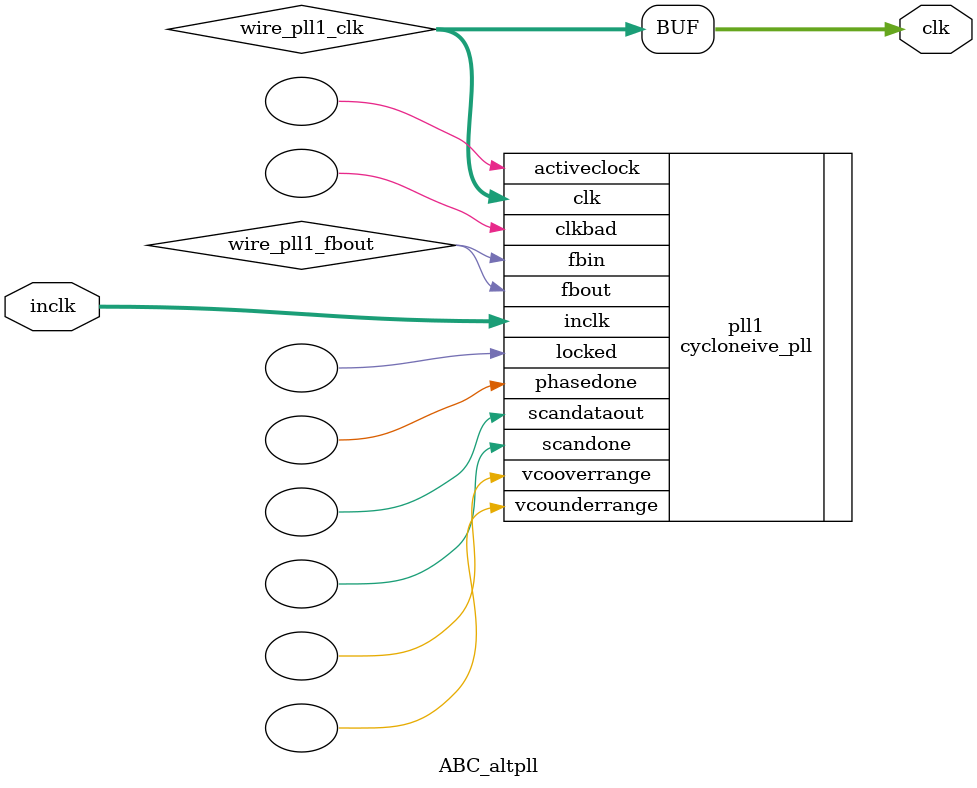
<source format=v>






//synthesis_resources = cycloneive_pll 1 
//synopsys translate_off
`timescale 1 ps / 1 ps
//synopsys translate_on
module  ABC_altpll
	( 
	clk,
	inclk) /* synthesis synthesis_clearbox=1 */;
	output   [4:0]  clk;
	input   [1:0]  inclk;
`ifndef ALTERA_RESERVED_QIS
// synopsys translate_off
`endif
	tri0   [1:0]  inclk;
`ifndef ALTERA_RESERVED_QIS
// synopsys translate_on
`endif

	wire  [4:0]   wire_pll1_clk;
	wire  wire_pll1_fbout;

	cycloneive_pll   pll1
	( 
	.activeclock(),
	.clk(wire_pll1_clk),
	.clkbad(),
	.fbin(wire_pll1_fbout),
	.fbout(wire_pll1_fbout),
	.inclk(inclk),
	.locked(),
	.phasedone(),
	.scandataout(),
	.scandone(),
	.vcooverrange(),
	.vcounderrange()
	`ifndef FORMAL_VERIFICATION
	// synopsys translate_off
	`endif
	,
	.areset(1'b0),
	.clkswitch(1'b0),
	.configupdate(1'b0),
	.pfdena(1'b1),
	.phasecounterselect({3{1'b0}}),
	.phasestep(1'b0),
	.phaseupdown(1'b0),
	.scanclk(1'b0),
	.scanclkena(1'b1),
	.scandata(1'b0)
	`ifndef FORMAL_VERIFICATION
	// synopsys translate_on
	`endif
	);
	defparam
		pll1.bandwidth_type = "auto",
		pll1.clk0_divide_by = 500,
		pll1.clk0_duty_cycle = 50,
		pll1.clk0_multiply_by = 1,
		pll1.clk0_phase_shift = "0",
		pll1.compensate_clock = "clk0",
		pll1.inclk0_input_frequency = 20000,
		pll1.operation_mode = "normal",
		pll1.pll_type = "auto",
		pll1.lpm_type = "cycloneive_pll";
	assign
		clk = {wire_pll1_clk[4:0]};
endmodule //ABC_altpll
//VALID FILE

</source>
